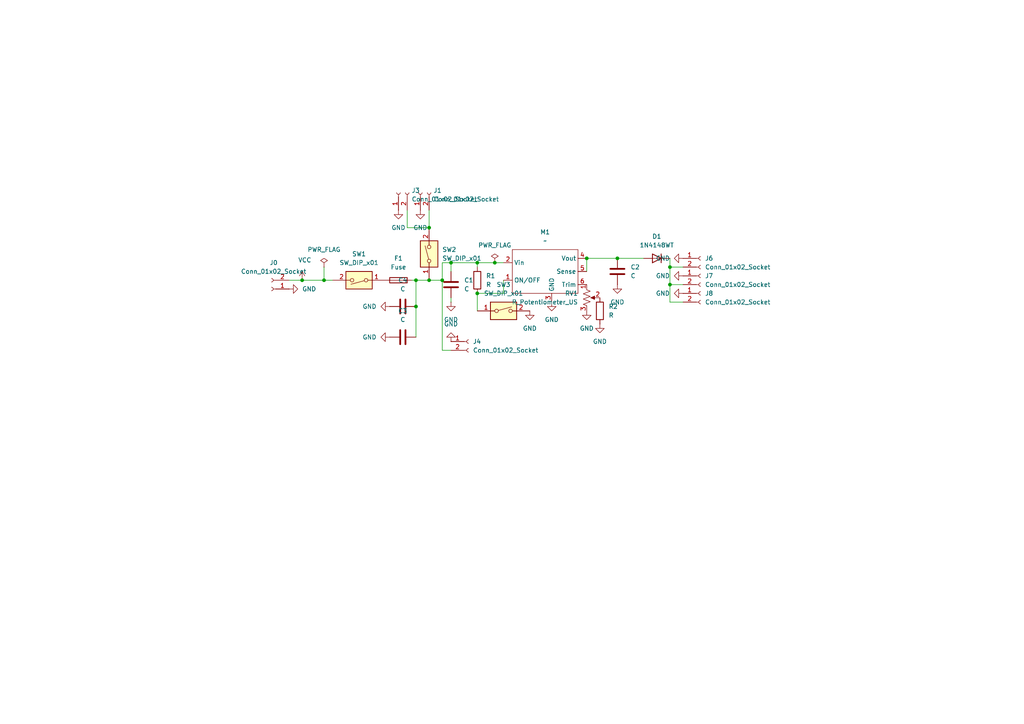
<source format=kicad_sch>
(kicad_sch
	(version 20250114)
	(generator "eeschema")
	(generator_version "9.0")
	(uuid "a62fac52-770b-49ac-a000-41a38790502e")
	(paper "A4")
	(lib_symbols
		(symbol "Connector:Conn_01x02_Socket"
			(pin_names
				(offset 1.016)
				(hide yes)
			)
			(exclude_from_sim no)
			(in_bom yes)
			(on_board yes)
			(property "Reference" "J"
				(at 0 2.54 0)
				(effects
					(font
						(size 1.27 1.27)
					)
				)
			)
			(property "Value" "Conn_01x02_Socket"
				(at 0 -5.08 0)
				(effects
					(font
						(size 1.27 1.27)
					)
				)
			)
			(property "Footprint" ""
				(at 0 0 0)
				(effects
					(font
						(size 1.27 1.27)
					)
					(hide yes)
				)
			)
			(property "Datasheet" "~"
				(at 0 0 0)
				(effects
					(font
						(size 1.27 1.27)
					)
					(hide yes)
				)
			)
			(property "Description" "Generic connector, single row, 01x02, script generated"
				(at 0 0 0)
				(effects
					(font
						(size 1.27 1.27)
					)
					(hide yes)
				)
			)
			(property "ki_locked" ""
				(at 0 0 0)
				(effects
					(font
						(size 1.27 1.27)
					)
				)
			)
			(property "ki_keywords" "connector"
				(at 0 0 0)
				(effects
					(font
						(size 1.27 1.27)
					)
					(hide yes)
				)
			)
			(property "ki_fp_filters" "Connector*:*_1x??_*"
				(at 0 0 0)
				(effects
					(font
						(size 1.27 1.27)
					)
					(hide yes)
				)
			)
			(symbol "Conn_01x02_Socket_1_1"
				(polyline
					(pts
						(xy -1.27 0) (xy -0.508 0)
					)
					(stroke
						(width 0.1524)
						(type default)
					)
					(fill
						(type none)
					)
				)
				(polyline
					(pts
						(xy -1.27 -2.54) (xy -0.508 -2.54)
					)
					(stroke
						(width 0.1524)
						(type default)
					)
					(fill
						(type none)
					)
				)
				(arc
					(start 0 -0.508)
					(mid -0.5058 0)
					(end 0 0.508)
					(stroke
						(width 0.1524)
						(type default)
					)
					(fill
						(type none)
					)
				)
				(arc
					(start 0 -3.048)
					(mid -0.5058 -2.54)
					(end 0 -2.032)
					(stroke
						(width 0.1524)
						(type default)
					)
					(fill
						(type none)
					)
				)
				(pin passive line
					(at -5.08 0 0)
					(length 3.81)
					(name "Pin_1"
						(effects
							(font
								(size 1.27 1.27)
							)
						)
					)
					(number "1"
						(effects
							(font
								(size 1.27 1.27)
							)
						)
					)
				)
				(pin passive line
					(at -5.08 -2.54 0)
					(length 3.81)
					(name "Pin_2"
						(effects
							(font
								(size 1.27 1.27)
							)
						)
					)
					(number "2"
						(effects
							(font
								(size 1.27 1.27)
							)
						)
					)
				)
			)
			(embedded_fonts no)
		)
		(symbol "Device:C"
			(pin_numbers
				(hide yes)
			)
			(pin_names
				(offset 0.254)
			)
			(exclude_from_sim no)
			(in_bom yes)
			(on_board yes)
			(property "Reference" "C"
				(at 0.635 2.54 0)
				(effects
					(font
						(size 1.27 1.27)
					)
					(justify left)
				)
			)
			(property "Value" "C"
				(at 0.635 -2.54 0)
				(effects
					(font
						(size 1.27 1.27)
					)
					(justify left)
				)
			)
			(property "Footprint" ""
				(at 0.9652 -3.81 0)
				(effects
					(font
						(size 1.27 1.27)
					)
					(hide yes)
				)
			)
			(property "Datasheet" "~"
				(at 0 0 0)
				(effects
					(font
						(size 1.27 1.27)
					)
					(hide yes)
				)
			)
			(property "Description" "Unpolarized capacitor"
				(at 0 0 0)
				(effects
					(font
						(size 1.27 1.27)
					)
					(hide yes)
				)
			)
			(property "ki_keywords" "cap capacitor"
				(at 0 0 0)
				(effects
					(font
						(size 1.27 1.27)
					)
					(hide yes)
				)
			)
			(property "ki_fp_filters" "C_*"
				(at 0 0 0)
				(effects
					(font
						(size 1.27 1.27)
					)
					(hide yes)
				)
			)
			(symbol "C_0_1"
				(polyline
					(pts
						(xy -2.032 0.762) (xy 2.032 0.762)
					)
					(stroke
						(width 0.508)
						(type default)
					)
					(fill
						(type none)
					)
				)
				(polyline
					(pts
						(xy -2.032 -0.762) (xy 2.032 -0.762)
					)
					(stroke
						(width 0.508)
						(type default)
					)
					(fill
						(type none)
					)
				)
			)
			(symbol "C_1_1"
				(pin passive line
					(at 0 3.81 270)
					(length 2.794)
					(name "~"
						(effects
							(font
								(size 1.27 1.27)
							)
						)
					)
					(number "1"
						(effects
							(font
								(size 1.27 1.27)
							)
						)
					)
				)
				(pin passive line
					(at 0 -3.81 90)
					(length 2.794)
					(name "~"
						(effects
							(font
								(size 1.27 1.27)
							)
						)
					)
					(number "2"
						(effects
							(font
								(size 1.27 1.27)
							)
						)
					)
				)
			)
			(embedded_fonts no)
		)
		(symbol "Device:Fuse"
			(pin_numbers
				(hide yes)
			)
			(pin_names
				(offset 0)
			)
			(exclude_from_sim no)
			(in_bom yes)
			(on_board yes)
			(property "Reference" "F"
				(at 2.032 0 90)
				(effects
					(font
						(size 1.27 1.27)
					)
				)
			)
			(property "Value" "Fuse"
				(at -1.905 0 90)
				(effects
					(font
						(size 1.27 1.27)
					)
				)
			)
			(property "Footprint" ""
				(at -1.778 0 90)
				(effects
					(font
						(size 1.27 1.27)
					)
					(hide yes)
				)
			)
			(property "Datasheet" "~"
				(at 0 0 0)
				(effects
					(font
						(size 1.27 1.27)
					)
					(hide yes)
				)
			)
			(property "Description" "Fuse"
				(at 0 0 0)
				(effects
					(font
						(size 1.27 1.27)
					)
					(hide yes)
				)
			)
			(property "ki_keywords" "fuse"
				(at 0 0 0)
				(effects
					(font
						(size 1.27 1.27)
					)
					(hide yes)
				)
			)
			(property "ki_fp_filters" "*Fuse*"
				(at 0 0 0)
				(effects
					(font
						(size 1.27 1.27)
					)
					(hide yes)
				)
			)
			(symbol "Fuse_0_1"
				(rectangle
					(start -0.762 -2.54)
					(end 0.762 2.54)
					(stroke
						(width 0.254)
						(type default)
					)
					(fill
						(type none)
					)
				)
				(polyline
					(pts
						(xy 0 2.54) (xy 0 -2.54)
					)
					(stroke
						(width 0)
						(type default)
					)
					(fill
						(type none)
					)
				)
			)
			(symbol "Fuse_1_1"
				(pin passive line
					(at 0 3.81 270)
					(length 1.27)
					(name "~"
						(effects
							(font
								(size 1.27 1.27)
							)
						)
					)
					(number "1"
						(effects
							(font
								(size 1.27 1.27)
							)
						)
					)
				)
				(pin passive line
					(at 0 -3.81 90)
					(length 1.27)
					(name "~"
						(effects
							(font
								(size 1.27 1.27)
							)
						)
					)
					(number "2"
						(effects
							(font
								(size 1.27 1.27)
							)
						)
					)
				)
			)
			(embedded_fonts no)
		)
		(symbol "Device:R"
			(pin_numbers
				(hide yes)
			)
			(pin_names
				(offset 0)
			)
			(exclude_from_sim no)
			(in_bom yes)
			(on_board yes)
			(property "Reference" "R"
				(at 2.032 0 90)
				(effects
					(font
						(size 1.27 1.27)
					)
				)
			)
			(property "Value" "R"
				(at 0 0 90)
				(effects
					(font
						(size 1.27 1.27)
					)
				)
			)
			(property "Footprint" ""
				(at -1.778 0 90)
				(effects
					(font
						(size 1.27 1.27)
					)
					(hide yes)
				)
			)
			(property "Datasheet" "~"
				(at 0 0 0)
				(effects
					(font
						(size 1.27 1.27)
					)
					(hide yes)
				)
			)
			(property "Description" "Resistor"
				(at 0 0 0)
				(effects
					(font
						(size 1.27 1.27)
					)
					(hide yes)
				)
			)
			(property "ki_keywords" "R res resistor"
				(at 0 0 0)
				(effects
					(font
						(size 1.27 1.27)
					)
					(hide yes)
				)
			)
			(property "ki_fp_filters" "R_*"
				(at 0 0 0)
				(effects
					(font
						(size 1.27 1.27)
					)
					(hide yes)
				)
			)
			(symbol "R_0_1"
				(rectangle
					(start -1.016 -2.54)
					(end 1.016 2.54)
					(stroke
						(width 0.254)
						(type default)
					)
					(fill
						(type none)
					)
				)
			)
			(symbol "R_1_1"
				(pin passive line
					(at 0 3.81 270)
					(length 1.27)
					(name "~"
						(effects
							(font
								(size 1.27 1.27)
							)
						)
					)
					(number "1"
						(effects
							(font
								(size 1.27 1.27)
							)
						)
					)
				)
				(pin passive line
					(at 0 -3.81 90)
					(length 1.27)
					(name "~"
						(effects
							(font
								(size 1.27 1.27)
							)
						)
					)
					(number "2"
						(effects
							(font
								(size 1.27 1.27)
							)
						)
					)
				)
			)
			(embedded_fonts no)
		)
		(symbol "Device:R_Potentiometer_US"
			(pin_names
				(offset 1.016)
				(hide yes)
			)
			(exclude_from_sim no)
			(in_bom yes)
			(on_board yes)
			(property "Reference" "RV"
				(at -4.445 0 90)
				(effects
					(font
						(size 1.27 1.27)
					)
				)
			)
			(property "Value" "R_Potentiometer_US"
				(at -2.54 0 90)
				(effects
					(font
						(size 1.27 1.27)
					)
				)
			)
			(property "Footprint" ""
				(at 0 0 0)
				(effects
					(font
						(size 1.27 1.27)
					)
					(hide yes)
				)
			)
			(property "Datasheet" "~"
				(at 0 0 0)
				(effects
					(font
						(size 1.27 1.27)
					)
					(hide yes)
				)
			)
			(property "Description" "Potentiometer, US symbol"
				(at 0 0 0)
				(effects
					(font
						(size 1.27 1.27)
					)
					(hide yes)
				)
			)
			(property "ki_keywords" "resistor variable"
				(at 0 0 0)
				(effects
					(font
						(size 1.27 1.27)
					)
					(hide yes)
				)
			)
			(property "ki_fp_filters" "Potentiometer*"
				(at 0 0 0)
				(effects
					(font
						(size 1.27 1.27)
					)
					(hide yes)
				)
			)
			(symbol "R_Potentiometer_US_0_1"
				(polyline
					(pts
						(xy 0 2.54) (xy 0 2.286)
					)
					(stroke
						(width 0)
						(type default)
					)
					(fill
						(type none)
					)
				)
				(polyline
					(pts
						(xy 0 2.286) (xy 1.016 1.905) (xy 0 1.524) (xy -1.016 1.143) (xy 0 0.762)
					)
					(stroke
						(width 0)
						(type default)
					)
					(fill
						(type none)
					)
				)
				(polyline
					(pts
						(xy 0 0.762) (xy 1.016 0.381) (xy 0 0) (xy -1.016 -0.381) (xy 0 -0.762)
					)
					(stroke
						(width 0)
						(type default)
					)
					(fill
						(type none)
					)
				)
				(polyline
					(pts
						(xy 0 -0.762) (xy 1.016 -1.143) (xy 0 -1.524) (xy -1.016 -1.905) (xy 0 -2.286)
					)
					(stroke
						(width 0)
						(type default)
					)
					(fill
						(type none)
					)
				)
				(polyline
					(pts
						(xy 0 -2.286) (xy 0 -2.54)
					)
					(stroke
						(width 0)
						(type default)
					)
					(fill
						(type none)
					)
				)
				(polyline
					(pts
						(xy 1.143 0) (xy 2.286 0.508) (xy 2.286 -0.508) (xy 1.143 0)
					)
					(stroke
						(width 0)
						(type default)
					)
					(fill
						(type outline)
					)
				)
				(polyline
					(pts
						(xy 2.54 0) (xy 1.524 0)
					)
					(stroke
						(width 0)
						(type default)
					)
					(fill
						(type none)
					)
				)
			)
			(symbol "R_Potentiometer_US_1_1"
				(pin passive line
					(at 0 3.81 270)
					(length 1.27)
					(name "1"
						(effects
							(font
								(size 1.27 1.27)
							)
						)
					)
					(number "1"
						(effects
							(font
								(size 1.27 1.27)
							)
						)
					)
				)
				(pin passive line
					(at 0 -3.81 90)
					(length 1.27)
					(name "3"
						(effects
							(font
								(size 1.27 1.27)
							)
						)
					)
					(number "3"
						(effects
							(font
								(size 1.27 1.27)
							)
						)
					)
				)
				(pin passive line
					(at 3.81 0 180)
					(length 1.27)
					(name "2"
						(effects
							(font
								(size 1.27 1.27)
							)
						)
					)
					(number "2"
						(effects
							(font
								(size 1.27 1.27)
							)
						)
					)
				)
			)
			(embedded_fonts no)
		)
		(symbol "Diode:1N4148WT"
			(pin_numbers
				(hide yes)
			)
			(pin_names
				(hide yes)
			)
			(exclude_from_sim no)
			(in_bom yes)
			(on_board yes)
			(property "Reference" "D"
				(at 0 2.54 0)
				(effects
					(font
						(size 1.27 1.27)
					)
				)
			)
			(property "Value" "1N4148WT"
				(at 0 -2.54 0)
				(effects
					(font
						(size 1.27 1.27)
					)
				)
			)
			(property "Footprint" "Diode_SMD:D_SOD-523"
				(at 0 -4.445 0)
				(effects
					(font
						(size 1.27 1.27)
					)
					(hide yes)
				)
			)
			(property "Datasheet" "https://www.diodes.com/assets/Datasheets/ds30396.pdf"
				(at 0 0 0)
				(effects
					(font
						(size 1.27 1.27)
					)
					(hide yes)
				)
			)
			(property "Description" "75V 0.15A Fast switching Diode, SOD-523"
				(at 0 0 0)
				(effects
					(font
						(size 1.27 1.27)
					)
					(hide yes)
				)
			)
			(property "Sim.Device" "D"
				(at 0 0 0)
				(effects
					(font
						(size 1.27 1.27)
					)
					(hide yes)
				)
			)
			(property "Sim.Pins" "1=K 2=A"
				(at 0 0 0)
				(effects
					(font
						(size 1.27 1.27)
					)
					(hide yes)
				)
			)
			(property "ki_keywords" "diode"
				(at 0 0 0)
				(effects
					(font
						(size 1.27 1.27)
					)
					(hide yes)
				)
			)
			(property "ki_fp_filters" "D*SOD?523*"
				(at 0 0 0)
				(effects
					(font
						(size 1.27 1.27)
					)
					(hide yes)
				)
			)
			(symbol "1N4148WT_0_1"
				(polyline
					(pts
						(xy -1.27 1.27) (xy -1.27 -1.27)
					)
					(stroke
						(width 0.254)
						(type default)
					)
					(fill
						(type none)
					)
				)
				(polyline
					(pts
						(xy 1.27 1.27) (xy 1.27 -1.27) (xy -1.27 0) (xy 1.27 1.27)
					)
					(stroke
						(width 0.254)
						(type default)
					)
					(fill
						(type none)
					)
				)
				(polyline
					(pts
						(xy 1.27 0) (xy -1.27 0)
					)
					(stroke
						(width 0)
						(type default)
					)
					(fill
						(type none)
					)
				)
			)
			(symbol "1N4148WT_1_1"
				(pin passive line
					(at -3.81 0 0)
					(length 2.54)
					(name "K"
						(effects
							(font
								(size 1.27 1.27)
							)
						)
					)
					(number "1"
						(effects
							(font
								(size 1.27 1.27)
							)
						)
					)
				)
				(pin passive line
					(at 3.81 0 180)
					(length 2.54)
					(name "A"
						(effects
							(font
								(size 1.27 1.27)
							)
						)
					)
					(number "2"
						(effects
							(font
								(size 1.27 1.27)
							)
						)
					)
				)
			)
			(embedded_fonts no)
		)
		(symbol "New_Library:Murata"
			(exclude_from_sim no)
			(in_bom yes)
			(on_board yes)
			(property "Reference" "M"
				(at 0 0 0)
				(effects
					(font
						(size 1.27 1.27)
					)
				)
			)
			(property "Value" ""
				(at 0 0 0)
				(effects
					(font
						(size 1.27 1.27)
					)
				)
			)
			(property "Footprint" ""
				(at 0 0 0)
				(effects
					(font
						(size 1.27 1.27)
					)
					(hide yes)
				)
			)
			(property "Datasheet" ""
				(at 0 0 0)
				(effects
					(font
						(size 1.27 1.27)
					)
					(hide yes)
				)
			)
			(property "Description" ""
				(at 0 0 0)
				(effects
					(font
						(size 1.27 1.27)
					)
					(hide yes)
				)
			)
			(symbol "Murata_0_1"
				(rectangle
					(start -8.89 6.35)
					(end 10.16 -6.35)
					(stroke
						(width 0)
						(type default)
					)
					(fill
						(type none)
					)
				)
			)
			(symbol "Murata_1_1"
				(pin power_in line
					(at -11.43 2.54 0)
					(length 2.54)
					(name "Vin"
						(effects
							(font
								(size 1.27 1.27)
							)
						)
					)
					(number "2"
						(effects
							(font
								(size 1.27 1.27)
							)
						)
					)
				)
				(pin input line
					(at -11.43 -2.54 0)
					(length 2.54)
					(name "ON/OFF"
						(effects
							(font
								(size 1.27 1.27)
							)
						)
					)
					(number "1"
						(effects
							(font
								(size 1.27 1.27)
							)
						)
					)
				)
				(pin power_in line
					(at 2.54 -8.89 90)
					(length 2.54)
					(name "GND"
						(effects
							(font
								(size 1.27 1.27)
							)
						)
					)
					(number "3"
						(effects
							(font
								(size 1.27 1.27)
							)
						)
					)
				)
				(pin power_out line
					(at 12.7 3.81 180)
					(length 2.54)
					(name "Vout"
						(effects
							(font
								(size 1.27 1.27)
							)
						)
					)
					(number "4"
						(effects
							(font
								(size 1.27 1.27)
							)
						)
					)
				)
				(pin output line
					(at 12.7 0 180)
					(length 2.54)
					(name "Sense"
						(effects
							(font
								(size 1.27 1.27)
							)
						)
					)
					(number "5"
						(effects
							(font
								(size 1.27 1.27)
							)
						)
					)
				)
				(pin output line
					(at 12.7 -3.81 180)
					(length 2.54)
					(name "Trim"
						(effects
							(font
								(size 1.27 1.27)
							)
						)
					)
					(number "6"
						(effects
							(font
								(size 1.27 1.27)
							)
						)
					)
				)
			)
			(embedded_fonts no)
		)
		(symbol "Switch:SW_DIP_x01"
			(pin_names
				(offset 0)
				(hide yes)
			)
			(exclude_from_sim no)
			(in_bom yes)
			(on_board yes)
			(property "Reference" "SW"
				(at 0 3.81 0)
				(effects
					(font
						(size 1.27 1.27)
					)
				)
			)
			(property "Value" "SW_DIP_x01"
				(at 0 -3.81 0)
				(effects
					(font
						(size 1.27 1.27)
					)
				)
			)
			(property "Footprint" ""
				(at 0 0 0)
				(effects
					(font
						(size 1.27 1.27)
					)
					(hide yes)
				)
			)
			(property "Datasheet" "~"
				(at 0 0 0)
				(effects
					(font
						(size 1.27 1.27)
					)
					(hide yes)
				)
			)
			(property "Description" "1x DIP Switch, Single Pole Single Throw (SPST) switch, small symbol"
				(at 0 0 0)
				(effects
					(font
						(size 1.27 1.27)
					)
					(hide yes)
				)
			)
			(property "ki_keywords" "dip switch"
				(at 0 0 0)
				(effects
					(font
						(size 1.27 1.27)
					)
					(hide yes)
				)
			)
			(property "ki_fp_filters" "SW?DIP?x1*"
				(at 0 0 0)
				(effects
					(font
						(size 1.27 1.27)
					)
					(hide yes)
				)
			)
			(symbol "SW_DIP_x01_0_0"
				(circle
					(center -2.032 0)
					(radius 0.508)
					(stroke
						(width 0)
						(type default)
					)
					(fill
						(type none)
					)
				)
				(polyline
					(pts
						(xy -1.524 0.127) (xy 2.3622 1.1684)
					)
					(stroke
						(width 0)
						(type default)
					)
					(fill
						(type none)
					)
				)
				(circle
					(center 2.032 0)
					(radius 0.508)
					(stroke
						(width 0)
						(type default)
					)
					(fill
						(type none)
					)
				)
			)
			(symbol "SW_DIP_x01_0_1"
				(rectangle
					(start -3.81 2.54)
					(end 3.81 -2.54)
					(stroke
						(width 0.254)
						(type default)
					)
					(fill
						(type background)
					)
				)
			)
			(symbol "SW_DIP_x01_1_1"
				(pin passive line
					(at -7.62 0 0)
					(length 5.08)
					(name "~"
						(effects
							(font
								(size 1.27 1.27)
							)
						)
					)
					(number "1"
						(effects
							(font
								(size 1.27 1.27)
							)
						)
					)
				)
				(pin passive line
					(at 7.62 0 180)
					(length 5.08)
					(name "~"
						(effects
							(font
								(size 1.27 1.27)
							)
						)
					)
					(number "2"
						(effects
							(font
								(size 1.27 1.27)
							)
						)
					)
				)
			)
			(embedded_fonts no)
		)
		(symbol "power:GND"
			(power)
			(pin_numbers
				(hide yes)
			)
			(pin_names
				(offset 0)
				(hide yes)
			)
			(exclude_from_sim no)
			(in_bom yes)
			(on_board yes)
			(property "Reference" "#PWR"
				(at 0 -6.35 0)
				(effects
					(font
						(size 1.27 1.27)
					)
					(hide yes)
				)
			)
			(property "Value" "GND"
				(at 0 -3.81 0)
				(effects
					(font
						(size 1.27 1.27)
					)
				)
			)
			(property "Footprint" ""
				(at 0 0 0)
				(effects
					(font
						(size 1.27 1.27)
					)
					(hide yes)
				)
			)
			(property "Datasheet" ""
				(at 0 0 0)
				(effects
					(font
						(size 1.27 1.27)
					)
					(hide yes)
				)
			)
			(property "Description" "Power symbol creates a global label with name \"GND\" , ground"
				(at 0 0 0)
				(effects
					(font
						(size 1.27 1.27)
					)
					(hide yes)
				)
			)
			(property "ki_keywords" "global power"
				(at 0 0 0)
				(effects
					(font
						(size 1.27 1.27)
					)
					(hide yes)
				)
			)
			(symbol "GND_0_1"
				(polyline
					(pts
						(xy 0 0) (xy 0 -1.27) (xy 1.27 -1.27) (xy 0 -2.54) (xy -1.27 -1.27) (xy 0 -1.27)
					)
					(stroke
						(width 0)
						(type default)
					)
					(fill
						(type none)
					)
				)
			)
			(symbol "GND_1_1"
				(pin power_in line
					(at 0 0 270)
					(length 0)
					(name "~"
						(effects
							(font
								(size 1.27 1.27)
							)
						)
					)
					(number "1"
						(effects
							(font
								(size 1.27 1.27)
							)
						)
					)
				)
			)
			(embedded_fonts no)
		)
		(symbol "power:PWR_FLAG"
			(power)
			(pin_numbers
				(hide yes)
			)
			(pin_names
				(offset 0)
				(hide yes)
			)
			(exclude_from_sim no)
			(in_bom yes)
			(on_board yes)
			(property "Reference" "#FLG"
				(at 0 1.905 0)
				(effects
					(font
						(size 1.27 1.27)
					)
					(hide yes)
				)
			)
			(property "Value" "PWR_FLAG"
				(at 0 3.81 0)
				(effects
					(font
						(size 1.27 1.27)
					)
				)
			)
			(property "Footprint" ""
				(at 0 0 0)
				(effects
					(font
						(size 1.27 1.27)
					)
					(hide yes)
				)
			)
			(property "Datasheet" "~"
				(at 0 0 0)
				(effects
					(font
						(size 1.27 1.27)
					)
					(hide yes)
				)
			)
			(property "Description" "Special symbol for telling ERC where power comes from"
				(at 0 0 0)
				(effects
					(font
						(size 1.27 1.27)
					)
					(hide yes)
				)
			)
			(property "ki_keywords" "flag power"
				(at 0 0 0)
				(effects
					(font
						(size 1.27 1.27)
					)
					(hide yes)
				)
			)
			(symbol "PWR_FLAG_0_0"
				(pin power_out line
					(at 0 0 90)
					(length 0)
					(name "~"
						(effects
							(font
								(size 1.27 1.27)
							)
						)
					)
					(number "1"
						(effects
							(font
								(size 1.27 1.27)
							)
						)
					)
				)
			)
			(symbol "PWR_FLAG_0_1"
				(polyline
					(pts
						(xy 0 0) (xy 0 1.27) (xy -1.016 1.905) (xy 0 2.54) (xy 1.016 1.905) (xy 0 1.27)
					)
					(stroke
						(width 0)
						(type default)
					)
					(fill
						(type none)
					)
				)
			)
			(embedded_fonts no)
		)
		(symbol "power:VCC"
			(power)
			(pin_numbers
				(hide yes)
			)
			(pin_names
				(offset 0)
				(hide yes)
			)
			(exclude_from_sim no)
			(in_bom yes)
			(on_board yes)
			(property "Reference" "#PWR"
				(at 0 -3.81 0)
				(effects
					(font
						(size 1.27 1.27)
					)
					(hide yes)
				)
			)
			(property "Value" "VCC"
				(at 0 3.556 0)
				(effects
					(font
						(size 1.27 1.27)
					)
				)
			)
			(property "Footprint" ""
				(at 0 0 0)
				(effects
					(font
						(size 1.27 1.27)
					)
					(hide yes)
				)
			)
			(property "Datasheet" ""
				(at 0 0 0)
				(effects
					(font
						(size 1.27 1.27)
					)
					(hide yes)
				)
			)
			(property "Description" "Power symbol creates a global label with name \"VCC\""
				(at 0 0 0)
				(effects
					(font
						(size 1.27 1.27)
					)
					(hide yes)
				)
			)
			(property "ki_keywords" "global power"
				(at 0 0 0)
				(effects
					(font
						(size 1.27 1.27)
					)
					(hide yes)
				)
			)
			(symbol "VCC_0_1"
				(polyline
					(pts
						(xy -0.762 1.27) (xy 0 2.54)
					)
					(stroke
						(width 0)
						(type default)
					)
					(fill
						(type none)
					)
				)
				(polyline
					(pts
						(xy 0 2.54) (xy 0.762 1.27)
					)
					(stroke
						(width 0)
						(type default)
					)
					(fill
						(type none)
					)
				)
				(polyline
					(pts
						(xy 0 0) (xy 0 2.54)
					)
					(stroke
						(width 0)
						(type default)
					)
					(fill
						(type none)
					)
				)
			)
			(symbol "VCC_1_1"
				(pin power_in line
					(at 0 0 90)
					(length 0)
					(name "~"
						(effects
							(font
								(size 1.27 1.27)
							)
						)
					)
					(number "1"
						(effects
							(font
								(size 1.27 1.27)
							)
						)
					)
				)
			)
			(embedded_fonts no)
		)
	)
	(junction
		(at 124.46 81.28)
		(diameter 0)
		(color 0 0 0 0)
		(uuid "07b6a404-814f-48fa-ab0f-edf4ecb98454")
	)
	(junction
		(at 138.43 85.09)
		(diameter 0)
		(color 0 0 0 0)
		(uuid "0d518467-be69-4b1e-aab3-9c42e438da31")
	)
	(junction
		(at 120.65 88.9)
		(diameter 0)
		(color 0 0 0 0)
		(uuid "14f24a1d-7493-4f91-bcfd-920f122cba92")
	)
	(junction
		(at 143.51 76.2)
		(diameter 0)
		(color 0 0 0 0)
		(uuid "254ce26d-1cd7-4d45-b28e-38f16f8c64e5")
	)
	(junction
		(at 194.31 77.47)
		(diameter 0)
		(color 0 0 0 0)
		(uuid "3d13d48c-a14e-4c97-b2a9-9d6ace2909b6")
	)
	(junction
		(at 120.65 81.28)
		(diameter 0)
		(color 0 0 0 0)
		(uuid "467567da-891b-4ef7-b038-faaf7404075a")
	)
	(junction
		(at 124.46 66.04)
		(diameter 0)
		(color 0 0 0 0)
		(uuid "5ce95fc0-3819-4b1a-9767-edeadecc3261")
	)
	(junction
		(at 93.98 81.28)
		(diameter 0)
		(color 0 0 0 0)
		(uuid "9e7fc0c5-9af7-4c50-bc43-c698e3d35597")
	)
	(junction
		(at 138.43 76.2)
		(diameter 0)
		(color 0 0 0 0)
		(uuid "a44ce6a8-566e-45c1-b90c-f4649d254149")
	)
	(junction
		(at 130.81 76.2)
		(diameter 0)
		(color 0 0 0 0)
		(uuid "d27aa179-8893-4a54-9cf8-e74ede85d3fa")
	)
	(junction
		(at 179.07 74.93)
		(diameter 0)
		(color 0 0 0 0)
		(uuid "e284c8a6-aad9-4424-b86a-7897f89481f1")
	)
	(junction
		(at 194.31 82.55)
		(diameter 0)
		(color 0 0 0 0)
		(uuid "e40ccaba-5ed2-434b-b41c-79741cd8829b")
	)
	(junction
		(at 128.27 81.28)
		(diameter 0)
		(color 0 0 0 0)
		(uuid "eb85ad30-7fdc-4eaf-bc9e-475ba45487b8")
	)
	(junction
		(at 87.63 81.28)
		(diameter 0)
		(color 0 0 0 0)
		(uuid "ec971c5c-db42-4216-a4d0-7ec2f5cac676")
	)
	(junction
		(at 170.18 74.93)
		(diameter 0)
		(color 0 0 0 0)
		(uuid "f31e2b39-2b75-45ef-ae92-cdc9790df055")
	)
	(wire
		(pts
			(xy 124.46 81.28) (xy 128.27 81.28)
		)
		(stroke
			(width 0)
			(type default)
		)
		(uuid "0c9aea70-e850-4e75-81d9-77101c4e50cd")
	)
	(wire
		(pts
			(xy 194.31 82.55) (xy 198.12 82.55)
		)
		(stroke
			(width 0)
			(type default)
		)
		(uuid "16d0e418-5b83-4b5e-b180-8a063a02f359")
	)
	(wire
		(pts
			(xy 179.07 74.93) (xy 186.69 74.93)
		)
		(stroke
			(width 0)
			(type default)
		)
		(uuid "1d2b1b36-e840-4887-84ab-9aaa5a05d6ad")
	)
	(wire
		(pts
			(xy 93.98 81.28) (xy 96.52 81.28)
		)
		(stroke
			(width 0)
			(type default)
		)
		(uuid "2450fbe2-d784-4900-b6dc-c498adb396e2")
	)
	(wire
		(pts
			(xy 128.27 81.28) (xy 128.27 101.6)
		)
		(stroke
			(width 0)
			(type default)
		)
		(uuid "248a904b-7ca4-44ab-9bdc-2de149458430")
	)
	(wire
		(pts
			(xy 124.46 66.04) (xy 118.11 66.04)
		)
		(stroke
			(width 0)
			(type default)
		)
		(uuid "26c15646-eac3-49b9-8c1a-350f8396f5fb")
	)
	(wire
		(pts
			(xy 194.31 77.47) (xy 198.12 77.47)
		)
		(stroke
			(width 0)
			(type default)
		)
		(uuid "4ade308c-64ff-4357-962b-93bd02d94a81")
	)
	(wire
		(pts
			(xy 138.43 85.09) (xy 146.05 85.09)
		)
		(stroke
			(width 0)
			(type default)
		)
		(uuid "4bef7d1f-40ff-4b79-af36-3f59b1228538")
	)
	(wire
		(pts
			(xy 130.81 76.2) (xy 138.43 76.2)
		)
		(stroke
			(width 0)
			(type default)
		)
		(uuid "4cb95165-3073-45f4-b130-9afc44480297")
	)
	(wire
		(pts
			(xy 138.43 77.47) (xy 138.43 76.2)
		)
		(stroke
			(width 0)
			(type default)
		)
		(uuid "59119909-1c9b-435e-b086-8067c733fc78")
	)
	(wire
		(pts
			(xy 128.27 101.6) (xy 130.81 101.6)
		)
		(stroke
			(width 0)
			(type default)
		)
		(uuid "5a3d91ac-c5d0-4d7b-8f54-97df0e5db43c")
	)
	(wire
		(pts
			(xy 143.51 76.2) (xy 146.05 76.2)
		)
		(stroke
			(width 0)
			(type default)
		)
		(uuid "60a941ec-f159-4f47-8f89-3357a34ec3c4")
	)
	(wire
		(pts
			(xy 120.65 81.28) (xy 120.65 88.9)
		)
		(stroke
			(width 0)
			(type default)
		)
		(uuid "65dc6712-6bbe-497a-9264-2823a19e0371")
	)
	(wire
		(pts
			(xy 93.98 77.47) (xy 93.98 81.28)
		)
		(stroke
			(width 0)
			(type default)
		)
		(uuid "6a1b8aef-feec-4c15-b58e-1c8a8eba0d20")
	)
	(wire
		(pts
			(xy 87.63 81.28) (xy 83.82 81.28)
		)
		(stroke
			(width 0)
			(type default)
		)
		(uuid "6bedf035-8c1d-4f5f-85c6-8b574d3afcf9")
	)
	(wire
		(pts
			(xy 128.27 76.2) (xy 130.81 76.2)
		)
		(stroke
			(width 0)
			(type default)
		)
		(uuid "6f07e3d7-1e9f-4d8a-ab19-5ee89dfdbd2b")
	)
	(wire
		(pts
			(xy 119.38 81.28) (xy 120.65 81.28)
		)
		(stroke
			(width 0)
			(type default)
		)
		(uuid "79337b3b-fe9b-47de-85a7-8f86dc94acb3")
	)
	(wire
		(pts
			(xy 118.11 66.04) (xy 118.11 60.96)
		)
		(stroke
			(width 0)
			(type default)
		)
		(uuid "7a83ac10-79de-4edd-b67a-2c061d258d8b")
	)
	(wire
		(pts
			(xy 130.81 78.74) (xy 130.81 76.2)
		)
		(stroke
			(width 0)
			(type default)
		)
		(uuid "7e12271f-413e-47f0-83d7-2cce03a99e06")
	)
	(wire
		(pts
			(xy 120.65 81.28) (xy 124.46 81.28)
		)
		(stroke
			(width 0)
			(type default)
		)
		(uuid "8e338e51-0817-4bd1-818c-193c0b8a9532")
	)
	(wire
		(pts
			(xy 170.18 74.93) (xy 179.07 74.93)
		)
		(stroke
			(width 0)
			(type default)
		)
		(uuid "8fcb5e42-734d-4c2c-90ce-1088ff1e8f25")
	)
	(wire
		(pts
			(xy 120.65 88.9) (xy 120.65 97.79)
		)
		(stroke
			(width 0)
			(type default)
		)
		(uuid "9c604d0d-b87a-4612-b664-5d4a869ea5bc")
	)
	(wire
		(pts
			(xy 170.18 74.93) (xy 170.18 78.74)
		)
		(stroke
			(width 0)
			(type default)
		)
		(uuid "9d364e34-5c98-4f47-95d4-f8afb3bc1ab8")
	)
	(wire
		(pts
			(xy 130.81 86.36) (xy 130.81 87.63)
		)
		(stroke
			(width 0)
			(type default)
		)
		(uuid "a54c8264-f28e-40c3-8ced-c85c1a95261e")
	)
	(wire
		(pts
			(xy 87.63 81.28) (xy 93.98 81.28)
		)
		(stroke
			(width 0)
			(type default)
		)
		(uuid "ac6a725c-2ed1-4251-8067-72ef6eee3ec8")
	)
	(wire
		(pts
			(xy 138.43 76.2) (xy 143.51 76.2)
		)
		(stroke
			(width 0)
			(type default)
		)
		(uuid "ae1fb8f4-ba2c-4180-b353-4e6ebd3dcf81")
	)
	(wire
		(pts
			(xy 194.31 87.63) (xy 198.12 87.63)
		)
		(stroke
			(width 0)
			(type default)
		)
		(uuid "b5cb93fc-5c5f-4b59-989f-73e435e56966")
	)
	(wire
		(pts
			(xy 194.31 77.47) (xy 194.31 82.55)
		)
		(stroke
			(width 0)
			(type default)
		)
		(uuid "c3ed0483-7b7d-4880-abf8-698dd2c30124")
	)
	(wire
		(pts
			(xy 194.31 74.93) (xy 194.31 77.47)
		)
		(stroke
			(width 0)
			(type default)
		)
		(uuid "d3f2700b-2c09-46f7-a5d2-0fd7330c2fe5")
	)
	(wire
		(pts
			(xy 128.27 81.28) (xy 128.27 76.2)
		)
		(stroke
			(width 0)
			(type default)
		)
		(uuid "d771c04f-f080-4252-9b84-89da8b67048d")
	)
	(wire
		(pts
			(xy 124.46 60.96) (xy 124.46 66.04)
		)
		(stroke
			(width 0)
			(type default)
		)
		(uuid "df3928bd-3b59-4fa0-a054-24c1fd27d1c3")
	)
	(wire
		(pts
			(xy 138.43 85.09) (xy 138.43 90.17)
		)
		(stroke
			(width 0)
			(type default)
		)
		(uuid "e50c7f71-7157-45e0-aece-a8cdf4fa16bb")
	)
	(wire
		(pts
			(xy 194.31 82.55) (xy 194.31 87.63)
		)
		(stroke
			(width 0)
			(type default)
		)
		(uuid "e9a63a63-bccc-4d5a-b166-ff54c44bea83")
	)
	(wire
		(pts
			(xy 146.05 81.28) (xy 146.05 85.09)
		)
		(stroke
			(width 0)
			(type default)
		)
		(uuid "eb63b3a3-1551-4bee-bc0d-7bc5e1a0a39d")
	)
	(symbol
		(lib_id "Connector:Conn_01x02_Socket")
		(at 78.74 83.82 180)
		(unit 1)
		(exclude_from_sim no)
		(in_bom yes)
		(on_board yes)
		(dnp no)
		(uuid "00e85a05-b36d-4334-a50f-769b02f6b885")
		(property "Reference" "J0"
			(at 79.375 76.2 0)
			(effects
				(font
					(size 1.27 1.27)
				)
			)
		)
		(property "Value" "Conn_01x02_Socket"
			(at 79.375 78.74 0)
			(effects
				(font
					(size 1.27 1.27)
				)
			)
		)
		(property "Footprint" "Connector_AMASS:AMASS_XT60-M_1x02_P7.20mm_Vertical"
			(at 78.74 83.82 0)
			(effects
				(font
					(size 1.27 1.27)
				)
				(hide yes)
			)
		)
		(property "Datasheet" "~"
			(at 78.74 83.82 0)
			(effects
				(font
					(size 1.27 1.27)
				)
				(hide yes)
			)
		)
		(property "Description" "Generic connector, single row, 01x02, script generated"
			(at 78.74 83.82 0)
			(effects
				(font
					(size 1.27 1.27)
				)
				(hide yes)
			)
		)
		(pin "1"
			(uuid "0cf87896-1ff9-48de-852c-89e0cc2fd7be")
		)
		(pin "2"
			(uuid "08b0d0e2-54d0-4a3e-b663-33aa796bf812")
		)
		(instances
			(project "RCJ_Power"
				(path "/a62fac52-770b-49ac-a000-41a38790502e"
					(reference "J0")
					(unit 1)
				)
			)
		)
	)
	(symbol
		(lib_id "power:GND")
		(at 173.99 93.98 0)
		(unit 1)
		(exclude_from_sim no)
		(in_bom yes)
		(on_board yes)
		(dnp no)
		(fields_autoplaced yes)
		(uuid "0158c6c1-44eb-4abe-b574-a2f0b1811037")
		(property "Reference" "#PWR016"
			(at 173.99 100.33 0)
			(effects
				(font
					(size 1.27 1.27)
				)
				(hide yes)
			)
		)
		(property "Value" "GND"
			(at 173.99 99.06 0)
			(effects
				(font
					(size 1.27 1.27)
				)
			)
		)
		(property "Footprint" ""
			(at 173.99 93.98 0)
			(effects
				(font
					(size 1.27 1.27)
				)
				(hide yes)
			)
		)
		(property "Datasheet" ""
			(at 173.99 93.98 0)
			(effects
				(font
					(size 1.27 1.27)
				)
				(hide yes)
			)
		)
		(property "Description" "Power symbol creates a global label with name \"GND\" , ground"
			(at 173.99 93.98 0)
			(effects
				(font
					(size 1.27 1.27)
				)
				(hide yes)
			)
		)
		(pin "1"
			(uuid "598c6dca-6fea-4e63-a29f-727d431f1d50")
		)
		(instances
			(project "RCJ_Power"
				(path "/a62fac52-770b-49ac-a000-41a38790502e"
					(reference "#PWR016")
					(unit 1)
				)
			)
		)
	)
	(symbol
		(lib_id "Device:C")
		(at 116.84 88.9 90)
		(unit 1)
		(exclude_from_sim no)
		(in_bom yes)
		(on_board yes)
		(dnp no)
		(fields_autoplaced yes)
		(uuid "1729cadc-7f2b-4b88-b42e-a2cd47f64f43")
		(property "Reference" "C4"
			(at 116.84 81.28 90)
			(effects
				(font
					(size 1.27 1.27)
				)
			)
		)
		(property "Value" "C"
			(at 116.84 83.82 90)
			(effects
				(font
					(size 1.27 1.27)
				)
			)
		)
		(property "Footprint" "Capacitor_THT:CP_Radial_D12.5mm_P5.00mm"
			(at 120.65 87.9348 0)
			(effects
				(font
					(size 1.27 1.27)
				)
				(hide yes)
			)
		)
		(property "Datasheet" "~"
			(at 116.84 88.9 0)
			(effects
				(font
					(size 1.27 1.27)
				)
				(hide yes)
			)
		)
		(property "Description" "Unpolarized capacitor"
			(at 116.84 88.9 0)
			(effects
				(font
					(size 1.27 1.27)
				)
				(hide yes)
			)
		)
		(pin "2"
			(uuid "15fe860f-a19a-418d-ad0a-b3501640e740")
		)
		(pin "1"
			(uuid "61c83ffb-cbc0-44c8-ac91-6f0bf383bc95")
		)
		(instances
			(project "RCJ_Power"
				(path "/a62fac52-770b-49ac-a000-41a38790502e"
					(reference "C4")
					(unit 1)
				)
			)
		)
	)
	(symbol
		(lib_id "Device:C")
		(at 130.81 82.55 0)
		(unit 1)
		(exclude_from_sim no)
		(in_bom yes)
		(on_board yes)
		(dnp no)
		(fields_autoplaced yes)
		(uuid "2f012217-7bec-424c-9615-08bdc01f4904")
		(property "Reference" "C1"
			(at 134.62 81.2799 0)
			(effects
				(font
					(size 1.27 1.27)
				)
				(justify left)
			)
		)
		(property "Value" "C"
			(at 134.62 83.8199 0)
			(effects
				(font
					(size 1.27 1.27)
				)
				(justify left)
			)
		)
		(property "Footprint" "Capacitor_Tantalum_SMD:CP_EIA-1608-10_AVX-L_HandSolder"
			(at 131.7752 86.36 0)
			(effects
				(font
					(size 1.27 1.27)
				)
				(hide yes)
			)
		)
		(property "Datasheet" "~"
			(at 130.81 82.55 0)
			(effects
				(font
					(size 1.27 1.27)
				)
				(hide yes)
			)
		)
		(property "Description" "Unpolarized capacitor"
			(at 130.81 82.55 0)
			(effects
				(font
					(size 1.27 1.27)
				)
				(hide yes)
			)
		)
		(pin "1"
			(uuid "eaff65dc-7443-436d-8a31-ba44f7600926")
		)
		(pin "2"
			(uuid "4a228a94-6124-4b4c-9099-91c95b7b0429")
		)
		(instances
			(project ""
				(path "/a62fac52-770b-49ac-a000-41a38790502e"
					(reference "C1")
					(unit 1)
				)
			)
		)
	)
	(symbol
		(lib_id "power:PWR_FLAG")
		(at 93.98 77.47 0)
		(unit 1)
		(exclude_from_sim no)
		(in_bom yes)
		(on_board yes)
		(dnp no)
		(fields_autoplaced yes)
		(uuid "301ee592-4393-4b63-a728-249f0d07a404")
		(property "Reference" "#FLG01"
			(at 93.98 75.565 0)
			(effects
				(font
					(size 1.27 1.27)
				)
				(hide yes)
			)
		)
		(property "Value" "PWR_FLAG"
			(at 93.98 72.39 0)
			(effects
				(font
					(size 1.27 1.27)
				)
			)
		)
		(property "Footprint" ""
			(at 93.98 77.47 0)
			(effects
				(font
					(size 1.27 1.27)
				)
				(hide yes)
			)
		)
		(property "Datasheet" "~"
			(at 93.98 77.47 0)
			(effects
				(font
					(size 1.27 1.27)
				)
				(hide yes)
			)
		)
		(property "Description" "Special symbol for telling ERC where power comes from"
			(at 93.98 77.47 0)
			(effects
				(font
					(size 1.27 1.27)
				)
				(hide yes)
			)
		)
		(pin "1"
			(uuid "79ef7ef4-b2f4-4c9f-b203-6ccea80495d6")
		)
		(instances
			(project ""
				(path "/a62fac52-770b-49ac-a000-41a38790502e"
					(reference "#FLG01")
					(unit 1)
				)
			)
		)
	)
	(symbol
		(lib_id "Switch:SW_DIP_x01")
		(at 124.46 73.66 90)
		(unit 1)
		(exclude_from_sim no)
		(in_bom yes)
		(on_board yes)
		(dnp no)
		(fields_autoplaced yes)
		(uuid "30dc8c5c-811d-47c7-b1f6-909c4dbbf59a")
		(property "Reference" "SW2"
			(at 128.27 72.3899 90)
			(effects
				(font
					(size 1.27 1.27)
				)
				(justify right)
			)
		)
		(property "Value" "SW_DIP_x01"
			(at 128.27 74.9299 90)
			(effects
				(font
					(size 1.27 1.27)
				)
				(justify right)
			)
		)
		(property "Footprint" "Originary:DS-850"
			(at 124.46 73.66 0)
			(effects
				(font
					(size 1.27 1.27)
				)
				(hide yes)
			)
		)
		(property "Datasheet" "~"
			(at 124.46 73.66 0)
			(effects
				(font
					(size 1.27 1.27)
				)
				(hide yes)
			)
		)
		(property "Description" "1x DIP Switch, Single Pole Single Throw (SPST) switch, small symbol"
			(at 124.46 73.66 0)
			(effects
				(font
					(size 1.27 1.27)
				)
				(hide yes)
			)
		)
		(pin "2"
			(uuid "9d60a1c8-5e87-4a7b-8262-fbcc7ff25940")
		)
		(pin "1"
			(uuid "9b5c0e17-8c4d-4f12-962a-29b29ff98813")
		)
		(instances
			(project "RCJ_Power"
				(path "/a62fac52-770b-49ac-a000-41a38790502e"
					(reference "SW2")
					(unit 1)
				)
			)
		)
	)
	(symbol
		(lib_id "power:GND")
		(at 121.92 60.96 0)
		(unit 1)
		(exclude_from_sim no)
		(in_bom yes)
		(on_board yes)
		(dnp no)
		(fields_autoplaced yes)
		(uuid "34d472fa-e42c-4b1c-8141-63487a2578ac")
		(property "Reference" "#PWR04"
			(at 121.92 67.31 0)
			(effects
				(font
					(size 1.27 1.27)
				)
				(hide yes)
			)
		)
		(property "Value" "GND"
			(at 121.92 66.04 0)
			(effects
				(font
					(size 1.27 1.27)
				)
			)
		)
		(property "Footprint" ""
			(at 121.92 60.96 0)
			(effects
				(font
					(size 1.27 1.27)
				)
				(hide yes)
			)
		)
		(property "Datasheet" ""
			(at 121.92 60.96 0)
			(effects
				(font
					(size 1.27 1.27)
				)
				(hide yes)
			)
		)
		(property "Description" "Power symbol creates a global label with name \"GND\" , ground"
			(at 121.92 60.96 0)
			(effects
				(font
					(size 1.27 1.27)
				)
				(hide yes)
			)
		)
		(pin "1"
			(uuid "3017baa6-84f7-45b2-ab1b-64f92df83f90")
		)
		(instances
			(project "RCJ_Power"
				(path "/a62fac52-770b-49ac-a000-41a38790502e"
					(reference "#PWR04")
					(unit 1)
				)
			)
		)
	)
	(symbol
		(lib_id "Device:Fuse")
		(at 115.57 81.28 90)
		(unit 1)
		(exclude_from_sim no)
		(in_bom yes)
		(on_board yes)
		(dnp no)
		(fields_autoplaced yes)
		(uuid "36615d0e-9a91-405c-a099-a9e7fcd691e2")
		(property "Reference" "F1"
			(at 115.57 74.93 90)
			(effects
				(font
					(size 1.27 1.27)
				)
			)
		)
		(property "Value" "Fuse"
			(at 115.57 77.47 90)
			(effects
				(font
					(size 1.27 1.27)
				)
			)
		)
		(property "Footprint" "Originary:Fuseholder"
			(at 115.57 83.058 90)
			(effects
				(font
					(size 1.27 1.27)
				)
				(hide yes)
			)
		)
		(property "Datasheet" "~"
			(at 115.57 81.28 0)
			(effects
				(font
					(size 1.27 1.27)
				)
				(hide yes)
			)
		)
		(property "Description" "Fuse"
			(at 115.57 81.28 0)
			(effects
				(font
					(size 1.27 1.27)
				)
				(hide yes)
			)
		)
		(pin "1"
			(uuid "3f5c5520-191e-4a90-8d1f-a4c4b3e29252")
		)
		(pin "2"
			(uuid "432be5ce-3494-44ae-bda8-4430727700bb")
		)
		(instances
			(project ""
				(path "/a62fac52-770b-49ac-a000-41a38790502e"
					(reference "F1")
					(unit 1)
				)
			)
		)
	)
	(symbol
		(lib_id "power:GND")
		(at 179.07 82.55 0)
		(unit 1)
		(exclude_from_sim no)
		(in_bom yes)
		(on_board yes)
		(dnp no)
		(fields_autoplaced yes)
		(uuid "3fc28e55-af49-4426-b022-3bea2f7adba0")
		(property "Reference" "#PWR010"
			(at 179.07 88.9 0)
			(effects
				(font
					(size 1.27 1.27)
				)
				(hide yes)
			)
		)
		(property "Value" "GND"
			(at 179.07 87.63 0)
			(effects
				(font
					(size 1.27 1.27)
				)
			)
		)
		(property "Footprint" ""
			(at 179.07 82.55 0)
			(effects
				(font
					(size 1.27 1.27)
				)
				(hide yes)
			)
		)
		(property "Datasheet" ""
			(at 179.07 82.55 0)
			(effects
				(font
					(size 1.27 1.27)
				)
				(hide yes)
			)
		)
		(property "Description" "Power symbol creates a global label with name \"GND\" , ground"
			(at 179.07 82.55 0)
			(effects
				(font
					(size 1.27 1.27)
				)
				(hide yes)
			)
		)
		(pin "1"
			(uuid "4373f9b2-bbdd-4144-8c56-7f2ae6b903fe")
		)
		(instances
			(project "RCJ_Power"
				(path "/a62fac52-770b-49ac-a000-41a38790502e"
					(reference "#PWR010")
					(unit 1)
				)
			)
		)
	)
	(symbol
		(lib_id "power:GND")
		(at 83.82 83.82 90)
		(unit 1)
		(exclude_from_sim no)
		(in_bom yes)
		(on_board yes)
		(dnp no)
		(fields_autoplaced yes)
		(uuid "43d06bb6-28fa-4ebf-842d-038a311dec97")
		(property "Reference" "#PWR01"
			(at 90.17 83.82 0)
			(effects
				(font
					(size 1.27 1.27)
				)
				(hide yes)
			)
		)
		(property "Value" "GND"
			(at 87.63 83.8199 90)
			(effects
				(font
					(size 1.27 1.27)
				)
				(justify right)
			)
		)
		(property "Footprint" ""
			(at 83.82 83.82 0)
			(effects
				(font
					(size 1.27 1.27)
				)
				(hide yes)
			)
		)
		(property "Datasheet" ""
			(at 83.82 83.82 0)
			(effects
				(font
					(size 1.27 1.27)
				)
				(hide yes)
			)
		)
		(property "Description" "Power symbol creates a global label with name \"GND\" , ground"
			(at 83.82 83.82 0)
			(effects
				(font
					(size 1.27 1.27)
				)
				(hide yes)
			)
		)
		(pin "1"
			(uuid "0d53c5f5-7350-4dce-a64c-558cfca9deb2")
		)
		(instances
			(project "RCJ_Power"
				(path "/a62fac52-770b-49ac-a000-41a38790502e"
					(reference "#PWR01")
					(unit 1)
				)
			)
		)
	)
	(symbol
		(lib_id "power:GND")
		(at 113.03 88.9 270)
		(unit 1)
		(exclude_from_sim no)
		(in_bom yes)
		(on_board yes)
		(dnp no)
		(fields_autoplaced yes)
		(uuid "4bfc3ae1-b068-4a1f-a6a7-d722626506f1")
		(property "Reference" "#PWR017"
			(at 106.68 88.9 0)
			(effects
				(font
					(size 1.27 1.27)
				)
				(hide yes)
			)
		)
		(property "Value" "GND"
			(at 109.22 88.8999 90)
			(effects
				(font
					(size 1.27 1.27)
				)
				(justify right)
			)
		)
		(property "Footprint" ""
			(at 113.03 88.9 0)
			(effects
				(font
					(size 1.27 1.27)
				)
				(hide yes)
			)
		)
		(property "Datasheet" ""
			(at 113.03 88.9 0)
			(effects
				(font
					(size 1.27 1.27)
				)
				(hide yes)
			)
		)
		(property "Description" "Power symbol creates a global label with name \"GND\" , ground"
			(at 113.03 88.9 0)
			(effects
				(font
					(size 1.27 1.27)
				)
				(hide yes)
			)
		)
		(pin "1"
			(uuid "24fe6bb9-9cdc-48c5-ba42-e9c1e83333ec")
		)
		(instances
			(project "RCJ_Power"
				(path "/a62fac52-770b-49ac-a000-41a38790502e"
					(reference "#PWR017")
					(unit 1)
				)
			)
		)
	)
	(symbol
		(lib_id "Device:R")
		(at 173.99 90.17 0)
		(unit 1)
		(exclude_from_sim no)
		(in_bom yes)
		(on_board yes)
		(dnp no)
		(fields_autoplaced yes)
		(uuid "5570b346-08d4-4382-b7a3-bfc98d7a4f3c")
		(property "Reference" "R2"
			(at 176.53 88.8999 0)
			(effects
				(font
					(size 1.27 1.27)
				)
				(justify left)
			)
		)
		(property "Value" "R"
			(at 176.53 91.4399 0)
			(effects
				(font
					(size 1.27 1.27)
				)
				(justify left)
			)
		)
		(property "Footprint" "Resistor_THT:R_Axial_DIN0204_L3.6mm_D1.6mm_P5.08mm_Horizontal"
			(at 172.212 90.17 90)
			(effects
				(font
					(size 1.27 1.27)
				)
				(hide yes)
			)
		)
		(property "Datasheet" "~"
			(at 173.99 90.17 0)
			(effects
				(font
					(size 1.27 1.27)
				)
				(hide yes)
			)
		)
		(property "Description" "Resistor"
			(at 173.99 90.17 0)
			(effects
				(font
					(size 1.27 1.27)
				)
				(hide yes)
			)
		)
		(pin "1"
			(uuid "46f3477d-6482-4255-bd96-0835b36c2a4e")
		)
		(pin "2"
			(uuid "1aeabdee-59a5-4927-84a4-6c4b4a88328e")
		)
		(instances
			(project "RCJ_Power"
				(path "/a62fac52-770b-49ac-a000-41a38790502e"
					(reference "R2")
					(unit 1)
				)
			)
		)
	)
	(symbol
		(lib_id "power:PWR_FLAG")
		(at 143.51 76.2 0)
		(unit 1)
		(exclude_from_sim no)
		(in_bom yes)
		(on_board yes)
		(dnp no)
		(fields_autoplaced yes)
		(uuid "55bbd47f-fb82-44c9-a239-cd7c09683b3a")
		(property "Reference" "#FLG02"
			(at 143.51 74.295 0)
			(effects
				(font
					(size 1.27 1.27)
				)
				(hide yes)
			)
		)
		(property "Value" "PWR_FLAG"
			(at 143.51 71.12 0)
			(effects
				(font
					(size 1.27 1.27)
				)
			)
		)
		(property "Footprint" ""
			(at 143.51 76.2 0)
			(effects
				(font
					(size 1.27 1.27)
				)
				(hide yes)
			)
		)
		(property "Datasheet" "~"
			(at 143.51 76.2 0)
			(effects
				(font
					(size 1.27 1.27)
				)
				(hide yes)
			)
		)
		(property "Description" "Special symbol for telling ERC where power comes from"
			(at 143.51 76.2 0)
			(effects
				(font
					(size 1.27 1.27)
				)
				(hide yes)
			)
		)
		(pin "1"
			(uuid "9debb4b5-078e-4679-b344-a3bcdf37c234")
		)
		(instances
			(project ""
				(path "/a62fac52-770b-49ac-a000-41a38790502e"
					(reference "#FLG02")
					(unit 1)
				)
			)
		)
	)
	(symbol
		(lib_id "power:GND")
		(at 153.67 90.17 0)
		(unit 1)
		(exclude_from_sim no)
		(in_bom yes)
		(on_board yes)
		(dnp no)
		(fields_autoplaced yes)
		(uuid "56359929-9318-44b7-9862-8b0c67bc5a1c")
		(property "Reference" "#PWR08"
			(at 153.67 96.52 0)
			(effects
				(font
					(size 1.27 1.27)
				)
				(hide yes)
			)
		)
		(property "Value" "GND"
			(at 153.67 95.25 0)
			(effects
				(font
					(size 1.27 1.27)
				)
			)
		)
		(property "Footprint" ""
			(at 153.67 90.17 0)
			(effects
				(font
					(size 1.27 1.27)
				)
				(hide yes)
			)
		)
		(property "Datasheet" ""
			(at 153.67 90.17 0)
			(effects
				(font
					(size 1.27 1.27)
				)
				(hide yes)
			)
		)
		(property "Description" "Power symbol creates a global label with name \"GND\" , ground"
			(at 153.67 90.17 0)
			(effects
				(font
					(size 1.27 1.27)
				)
				(hide yes)
			)
		)
		(pin "1"
			(uuid "9173ee8d-d2d3-43a4-b8a2-8d1258305698")
		)
		(instances
			(project "RCJ_Power"
				(path "/a62fac52-770b-49ac-a000-41a38790502e"
					(reference "#PWR08")
					(unit 1)
				)
			)
		)
	)
	(symbol
		(lib_id "power:GND")
		(at 130.81 99.06 180)
		(unit 1)
		(exclude_from_sim no)
		(in_bom yes)
		(on_board yes)
		(dnp no)
		(fields_autoplaced yes)
		(uuid "5b49130e-8228-45ed-aa21-519c1abefd0b")
		(property "Reference" "#PWR015"
			(at 130.81 92.71 0)
			(effects
				(font
					(size 1.27 1.27)
				)
				(hide yes)
			)
		)
		(property "Value" "GND"
			(at 130.81 93.98 0)
			(effects
				(font
					(size 1.27 1.27)
				)
			)
		)
		(property "Footprint" ""
			(at 130.81 99.06 0)
			(effects
				(font
					(size 1.27 1.27)
				)
				(hide yes)
			)
		)
		(property "Datasheet" ""
			(at 130.81 99.06 0)
			(effects
				(font
					(size 1.27 1.27)
				)
				(hide yes)
			)
		)
		(property "Description" "Power symbol creates a global label with name \"GND\" , ground"
			(at 130.81 99.06 0)
			(effects
				(font
					(size 1.27 1.27)
				)
				(hide yes)
			)
		)
		(pin "1"
			(uuid "bd110f0c-5d16-4481-ad24-ce5c7fa1583a")
		)
		(instances
			(project ""
				(path "/a62fac52-770b-49ac-a000-41a38790502e"
					(reference "#PWR015")
					(unit 1)
				)
			)
		)
	)
	(symbol
		(lib_id "Diode:1N4148WT")
		(at 190.5 74.93 180)
		(unit 1)
		(exclude_from_sim no)
		(in_bom yes)
		(on_board yes)
		(dnp no)
		(fields_autoplaced yes)
		(uuid "68bd3568-16e7-4bd6-a933-8b862618b6a4")
		(property "Reference" "D1"
			(at 190.5 68.58 0)
			(effects
				(font
					(size 1.27 1.27)
				)
			)
		)
		(property "Value" "1N4148WT"
			(at 190.5 71.12 0)
			(effects
				(font
					(size 1.27 1.27)
				)
			)
		)
		(property "Footprint" "Diode_SMD:D_SMC"
			(at 190.5 70.485 0)
			(effects
				(font
					(size 1.27 1.27)
				)
				(hide yes)
			)
		)
		(property "Datasheet" "https://www.diodes.com/assets/Datasheets/ds30396.pdf"
			(at 190.5 74.93 0)
			(effects
				(font
					(size 1.27 1.27)
				)
				(hide yes)
			)
		)
		(property "Description" "75V 0.15A Fast switching Diode, SOD-523"
			(at 190.5 74.93 0)
			(effects
				(font
					(size 1.27 1.27)
				)
				(hide yes)
			)
		)
		(property "Sim.Device" "D"
			(at 190.5 74.93 0)
			(effects
				(font
					(size 1.27 1.27)
				)
				(hide yes)
			)
		)
		(property "Sim.Pins" "1=K 2=A"
			(at 190.5 74.93 0)
			(effects
				(font
					(size 1.27 1.27)
				)
				(hide yes)
			)
		)
		(pin "1"
			(uuid "1be013cc-e888-474e-9086-d37a24f952e0")
		)
		(pin "2"
			(uuid "b3204523-6fcb-4deb-94e3-f39fe537cfca")
		)
		(instances
			(project ""
				(path "/a62fac52-770b-49ac-a000-41a38790502e"
					(reference "D1")
					(unit 1)
				)
			)
		)
	)
	(symbol
		(lib_id "power:GND")
		(at 170.18 90.17 0)
		(unit 1)
		(exclude_from_sim no)
		(in_bom yes)
		(on_board yes)
		(dnp no)
		(fields_autoplaced yes)
		(uuid "6f132e22-d3cd-4607-9f31-b43c412ad374")
		(property "Reference" "#PWR09"
			(at 170.18 96.52 0)
			(effects
				(font
					(size 1.27 1.27)
				)
				(hide yes)
			)
		)
		(property "Value" "GND"
			(at 170.18 95.25 0)
			(effects
				(font
					(size 1.27 1.27)
				)
			)
		)
		(property "Footprint" ""
			(at 170.18 90.17 0)
			(effects
				(font
					(size 1.27 1.27)
				)
				(hide yes)
			)
		)
		(property "Datasheet" ""
			(at 170.18 90.17 0)
			(effects
				(font
					(size 1.27 1.27)
				)
				(hide yes)
			)
		)
		(property "Description" "Power symbol creates a global label with name \"GND\" , ground"
			(at 170.18 90.17 0)
			(effects
				(font
					(size 1.27 1.27)
				)
				(hide yes)
			)
		)
		(pin "1"
			(uuid "1761ff55-630d-42a9-a55e-3dbe2fcca3d8")
		)
		(instances
			(project "RCJ_Power"
				(path "/a62fac52-770b-49ac-a000-41a38790502e"
					(reference "#PWR09")
					(unit 1)
				)
			)
		)
	)
	(symbol
		(lib_id "power:GND")
		(at 130.81 87.63 0)
		(unit 1)
		(exclude_from_sim no)
		(in_bom yes)
		(on_board yes)
		(dnp no)
		(fields_autoplaced yes)
		(uuid "86f450ae-9ad6-4ce9-83cf-338c1294517a")
		(property "Reference" "#PWR06"
			(at 130.81 93.98 0)
			(effects
				(font
					(size 1.27 1.27)
				)
				(hide yes)
			)
		)
		(property "Value" "GND"
			(at 130.81 92.71 0)
			(effects
				(font
					(size 1.27 1.27)
				)
			)
		)
		(property "Footprint" ""
			(at 130.81 87.63 0)
			(effects
				(font
					(size 1.27 1.27)
				)
				(hide yes)
			)
		)
		(property "Datasheet" ""
			(at 130.81 87.63 0)
			(effects
				(font
					(size 1.27 1.27)
				)
				(hide yes)
			)
		)
		(property "Description" "Power symbol creates a global label with name \"GND\" , ground"
			(at 130.81 87.63 0)
			(effects
				(font
					(size 1.27 1.27)
				)
				(hide yes)
			)
		)
		(pin "1"
			(uuid "f91209a6-07d0-4c10-8a05-f481bb40049b")
		)
		(instances
			(project "RCJ_Power"
				(path "/a62fac52-770b-49ac-a000-41a38790502e"
					(reference "#PWR06")
					(unit 1)
				)
			)
		)
	)
	(symbol
		(lib_id "Switch:SW_DIP_x01")
		(at 146.05 90.17 0)
		(unit 1)
		(exclude_from_sim no)
		(in_bom yes)
		(on_board yes)
		(dnp no)
		(uuid "8dae6a06-492a-4002-b51e-71bf27be7b19")
		(property "Reference" "SW3"
			(at 146.05 82.55 0)
			(effects
				(font
					(size 1.27 1.27)
				)
			)
		)
		(property "Value" "SW_DIP_x01"
			(at 146.05 85.09 0)
			(effects
				(font
					(size 1.27 1.27)
				)
			)
		)
		(property "Footprint" "Originary:Toggle"
			(at 146.05 90.17 0)
			(effects
				(font
					(size 1.27 1.27)
				)
				(hide yes)
			)
		)
		(property "Datasheet" "~"
			(at 146.05 90.17 0)
			(effects
				(font
					(size 1.27 1.27)
				)
				(hide yes)
			)
		)
		(property "Description" "1x DIP Switch, Single Pole Single Throw (SPST) switch, small symbol"
			(at 146.05 90.17 0)
			(effects
				(font
					(size 1.27 1.27)
				)
				(hide yes)
			)
		)
		(pin "2"
			(uuid "55514262-ce18-4394-9414-184d21630240")
		)
		(pin "1"
			(uuid "d9130560-d862-452f-8bbb-ec95a081f340")
		)
		(instances
			(project "RCJ_Power"
				(path "/a62fac52-770b-49ac-a000-41a38790502e"
					(reference "SW3")
					(unit 1)
				)
			)
		)
	)
	(symbol
		(lib_id "Connector:Conn_01x02_Socket")
		(at 203.2 85.09 0)
		(unit 1)
		(exclude_from_sim no)
		(in_bom yes)
		(on_board yes)
		(dnp no)
		(fields_autoplaced yes)
		(uuid "90f6e6a4-4d78-4a97-b111-5ba84cd1d68b")
		(property "Reference" "J8"
			(at 204.47 85.0899 0)
			(effects
				(font
					(size 1.27 1.27)
				)
				(justify left)
			)
		)
		(property "Value" "Conn_01x02_Socket"
			(at 204.47 87.6299 0)
			(effects
				(font
					(size 1.27 1.27)
				)
				(justify left)
			)
		)
		(property "Footprint" "Connector_JST:JST_XH_B2B-XH-A_1x02_P2.50mm_Vertical"
			(at 203.2 85.09 0)
			(effects
				(font
					(size 1.27 1.27)
				)
				(hide yes)
			)
		)
		(property "Datasheet" "~"
			(at 203.2 85.09 0)
			(effects
				(font
					(size 1.27 1.27)
				)
				(hide yes)
			)
		)
		(property "Description" "Generic connector, single row, 01x02, script generated"
			(at 203.2 85.09 0)
			(effects
				(font
					(size 1.27 1.27)
				)
				(hide yes)
			)
		)
		(pin "1"
			(uuid "3190ad27-1229-4c2a-9e40-ebdf02e69a9b")
		)
		(pin "2"
			(uuid "51f360ad-8add-4191-88fa-86943eb98ea1")
		)
		(instances
			(project "RCJ_Power"
				(path "/a62fac52-770b-49ac-a000-41a38790502e"
					(reference "J8")
					(unit 1)
				)
			)
		)
	)
	(symbol
		(lib_id "power:GND")
		(at 113.03 97.79 270)
		(unit 1)
		(exclude_from_sim no)
		(in_bom yes)
		(on_board yes)
		(dnp no)
		(fields_autoplaced yes)
		(uuid "990e733c-f3a3-4197-97e2-f76e70229577")
		(property "Reference" "#PWR018"
			(at 106.68 97.79 0)
			(effects
				(font
					(size 1.27 1.27)
				)
				(hide yes)
			)
		)
		(property "Value" "GND"
			(at 109.22 97.7899 90)
			(effects
				(font
					(size 1.27 1.27)
				)
				(justify right)
			)
		)
		(property "Footprint" ""
			(at 113.03 97.79 0)
			(effects
				(font
					(size 1.27 1.27)
				)
				(hide yes)
			)
		)
		(property "Datasheet" ""
			(at 113.03 97.79 0)
			(effects
				(font
					(size 1.27 1.27)
				)
				(hide yes)
			)
		)
		(property "Description" "Power symbol creates a global label with name \"GND\" , ground"
			(at 113.03 97.79 0)
			(effects
				(font
					(size 1.27 1.27)
				)
				(hide yes)
			)
		)
		(pin "1"
			(uuid "3dd05a17-9815-4cd9-99aa-34a0d62e2f48")
		)
		(instances
			(project "RCJ_Power"
				(path "/a62fac52-770b-49ac-a000-41a38790502e"
					(reference "#PWR018")
					(unit 1)
				)
			)
		)
	)
	(symbol
		(lib_id "Device:C")
		(at 116.84 97.79 90)
		(unit 1)
		(exclude_from_sim no)
		(in_bom yes)
		(on_board yes)
		(dnp no)
		(fields_autoplaced yes)
		(uuid "a4762efb-e219-4c0f-9169-a62f69e0a85a")
		(property "Reference" "C3"
			(at 116.84 90.17 90)
			(effects
				(font
					(size 1.27 1.27)
				)
			)
		)
		(property "Value" "C"
			(at 116.84 92.71 90)
			(effects
				(font
					(size 1.27 1.27)
				)
			)
		)
		(property "Footprint" "Capacitor_THT:CP_Radial_D12.5mm_P5.00mm"
			(at 120.65 96.8248 0)
			(effects
				(font
					(size 1.27 1.27)
				)
				(hide yes)
			)
		)
		(property "Datasheet" "~"
			(at 116.84 97.79 0)
			(effects
				(font
					(size 1.27 1.27)
				)
				(hide yes)
			)
		)
		(property "Description" "Unpolarized capacitor"
			(at 116.84 97.79 0)
			(effects
				(font
					(size 1.27 1.27)
				)
				(hide yes)
			)
		)
		(pin "2"
			(uuid "4c016dc7-65fb-4a26-91cf-7276ea4699a9")
		)
		(pin "1"
			(uuid "b4bb551f-aa2c-4407-965c-525686166807")
		)
		(instances
			(project ""
				(path "/a62fac52-770b-49ac-a000-41a38790502e"
					(reference "C3")
					(unit 1)
				)
			)
		)
	)
	(symbol
		(lib_id "Device:R_Potentiometer_US")
		(at 170.18 86.36 0)
		(unit 1)
		(exclude_from_sim no)
		(in_bom yes)
		(on_board yes)
		(dnp no)
		(fields_autoplaced yes)
		(uuid "a4d849ed-b56c-41f0-8604-04da5da82827")
		(property "Reference" "RV1"
			(at 167.64 85.0899 0)
			(effects
				(font
					(size 1.27 1.27)
				)
				(justify right)
			)
		)
		(property "Value" "R_Potentiometer_US"
			(at 167.64 87.6299 0)
			(effects
				(font
					(size 1.27 1.27)
				)
				(justify right)
			)
		)
		(property "Footprint" "Potentiometer_THT:Potentiometer_Bourns_3296W_Vertical"
			(at 170.18 86.36 0)
			(effects
				(font
					(size 1.27 1.27)
				)
				(hide yes)
			)
		)
		(property "Datasheet" "~"
			(at 170.18 86.36 0)
			(effects
				(font
					(size 1.27 1.27)
				)
				(hide yes)
			)
		)
		(property "Description" "Potentiometer, US symbol"
			(at 170.18 86.36 0)
			(effects
				(font
					(size 1.27 1.27)
				)
				(hide yes)
			)
		)
		(pin "3"
			(uuid "6a59d9b0-7f0b-470a-9258-3efdb5075d26")
		)
		(pin "2"
			(uuid "59a4dac6-732a-457c-9f03-4c64988d2723")
		)
		(pin "1"
			(uuid "60b260a4-d26f-4c08-bb98-bff798e985ce")
		)
		(instances
			(project ""
				(path "/a62fac52-770b-49ac-a000-41a38790502e"
					(reference "RV1")
					(unit 1)
				)
			)
		)
	)
	(symbol
		(lib_id "Switch:SW_DIP_x01")
		(at 104.14 81.28 180)
		(unit 1)
		(exclude_from_sim no)
		(in_bom yes)
		(on_board yes)
		(dnp no)
		(fields_autoplaced yes)
		(uuid "afc5d596-13e1-45a6-8dbf-f848fa1920be")
		(property "Reference" "SW1"
			(at 104.14 73.66 0)
			(effects
				(font
					(size 1.27 1.27)
				)
			)
		)
		(property "Value" "SW_DIP_x01"
			(at 104.14 76.2 0)
			(effects
				(font
					(size 1.27 1.27)
				)
			)
		)
		(property "Footprint" "Originary:DS-850"
			(at 104.14 81.28 0)
			(effects
				(font
					(size 1.27 1.27)
				)
				(hide yes)
			)
		)
		(property "Datasheet" "~"
			(at 104.14 81.28 0)
			(effects
				(font
					(size 1.27 1.27)
				)
				(hide yes)
			)
		)
		(property "Description" "1x DIP Switch, Single Pole Single Throw (SPST) switch, small symbol"
			(at 104.14 81.28 0)
			(effects
				(font
					(size 1.27 1.27)
				)
				(hide yes)
			)
		)
		(pin "2"
			(uuid "b4e3df81-ab5b-48d1-b579-c513da452ed3")
		)
		(pin "1"
			(uuid "57562864-353d-4b9e-ab64-af48779928e2")
		)
		(instances
			(project ""
				(path "/a62fac52-770b-49ac-a000-41a38790502e"
					(reference "SW1")
					(unit 1)
				)
			)
		)
	)
	(symbol
		(lib_id "power:GND")
		(at 160.02 87.63 0)
		(unit 1)
		(exclude_from_sim no)
		(in_bom yes)
		(on_board yes)
		(dnp no)
		(fields_autoplaced yes)
		(uuid "be73679f-9c63-4709-8ff7-81081ea747b8")
		(property "Reference" "#PWR07"
			(at 160.02 93.98 0)
			(effects
				(font
					(size 1.27 1.27)
				)
				(hide yes)
			)
		)
		(property "Value" "GND"
			(at 160.02 92.71 0)
			(effects
				(font
					(size 1.27 1.27)
				)
			)
		)
		(property "Footprint" ""
			(at 160.02 87.63 0)
			(effects
				(font
					(size 1.27 1.27)
				)
				(hide yes)
			)
		)
		(property "Datasheet" ""
			(at 160.02 87.63 0)
			(effects
				(font
					(size 1.27 1.27)
				)
				(hide yes)
			)
		)
		(property "Description" "Power symbol creates a global label with name \"GND\" , ground"
			(at 160.02 87.63 0)
			(effects
				(font
					(size 1.27 1.27)
				)
				(hide yes)
			)
		)
		(pin "1"
			(uuid "59ee435b-697c-427f-8a68-834567f4e3d4")
		)
		(instances
			(project "RCJ_Power"
				(path "/a62fac52-770b-49ac-a000-41a38790502e"
					(reference "#PWR07")
					(unit 1)
				)
			)
		)
	)
	(symbol
		(lib_id "Device:C")
		(at 179.07 78.74 0)
		(unit 1)
		(exclude_from_sim no)
		(in_bom yes)
		(on_board yes)
		(dnp no)
		(fields_autoplaced yes)
		(uuid "c12818ec-b08b-43ff-a531-2b88a75630d7")
		(property "Reference" "C2"
			(at 182.88 77.4699 0)
			(effects
				(font
					(size 1.27 1.27)
				)
				(justify left)
			)
		)
		(property "Value" "C"
			(at 182.88 80.0099 0)
			(effects
				(font
					(size 1.27 1.27)
				)
				(justify left)
			)
		)
		(property "Footprint" "Capacitor_Tantalum_SMD:CP_EIA-1608-10_AVX-L_HandSolder"
			(at 180.0352 82.55 0)
			(effects
				(font
					(size 1.27 1.27)
				)
				(hide yes)
			)
		)
		(property "Datasheet" "~"
			(at 179.07 78.74 0)
			(effects
				(font
					(size 1.27 1.27)
				)
				(hide yes)
			)
		)
		(property "Description" "Unpolarized capacitor"
			(at 179.07 78.74 0)
			(effects
				(font
					(size 1.27 1.27)
				)
				(hide yes)
			)
		)
		(pin "1"
			(uuid "311948d7-a5e2-4081-ba50-2a125c6e6e35")
		)
		(pin "2"
			(uuid "1a5ac6c0-dc11-4599-a384-8728e292bc0f")
		)
		(instances
			(project "RCJ_Power"
				(path "/a62fac52-770b-49ac-a000-41a38790502e"
					(reference "C2")
					(unit 1)
				)
			)
		)
	)
	(symbol
		(lib_id "power:GND")
		(at 198.12 85.09 270)
		(unit 1)
		(exclude_from_sim no)
		(in_bom yes)
		(on_board yes)
		(dnp no)
		(fields_autoplaced yes)
		(uuid "c3ce5f72-8bbb-4d6e-bac0-cafe93ae1922")
		(property "Reference" "#PWR014"
			(at 191.77 85.09 0)
			(effects
				(font
					(size 1.27 1.27)
				)
				(hide yes)
			)
		)
		(property "Value" "GND"
			(at 194.2999 85.0899 90)
			(effects
				(font
					(size 1.27 1.27)
				)
				(justify right)
			)
		)
		(property "Footprint" ""
			(at 198.12 85.09 0)
			(effects
				(font
					(size 1.27 1.27)
				)
				(hide yes)
			)
		)
		(property "Datasheet" ""
			(at 198.12 85.09 0)
			(effects
				(font
					(size 1.27 1.27)
				)
				(hide yes)
			)
		)
		(property "Description" "Power symbol creates a global label with name \"GND\" , ground"
			(at 198.12 85.09 0)
			(effects
				(font
					(size 1.27 1.27)
				)
				(hide yes)
			)
		)
		(pin "1"
			(uuid "3226be64-4a20-49ed-aea7-889bf0b353a0")
		)
		(instances
			(project "RCJ_Power"
				(path "/a62fac52-770b-49ac-a000-41a38790502e"
					(reference "#PWR014")
					(unit 1)
				)
			)
		)
	)
	(symbol
		(lib_id "New_Library:Murata")
		(at 157.48 78.74 0)
		(unit 1)
		(exclude_from_sim no)
		(in_bom yes)
		(on_board yes)
		(dnp no)
		(fields_autoplaced yes)
		(uuid "c8cc9dfd-1847-4835-9b49-25d2876c515d")
		(property "Reference" "M1"
			(at 158.115 67.31 0)
			(effects
				(font
					(size 1.27 1.27)
				)
			)
		)
		(property "Value" "~"
			(at 158.115 69.85 0)
			(effects
				(font
					(size 1.27 1.27)
				)
			)
		)
		(property "Footprint" "Originary:MURATA_OKL-KAIZOU"
			(at 157.48 78.74 0)
			(effects
				(font
					(size 1.27 1.27)
				)
				(hide yes)
			)
		)
		(property "Datasheet" ""
			(at 157.48 78.74 0)
			(effects
				(font
					(size 1.27 1.27)
				)
				(hide yes)
			)
		)
		(property "Description" ""
			(at 157.48 78.74 0)
			(effects
				(font
					(size 1.27 1.27)
				)
				(hide yes)
			)
		)
		(pin "2"
			(uuid "2341bf09-4236-4707-91ba-384de98ac576")
		)
		(pin "5"
			(uuid "c4326425-8d21-4752-a05e-b8c6ffb66905")
		)
		(pin "1"
			(uuid "26729ffe-9bb8-46f6-b832-4ca9ee35ac51")
		)
		(pin "3"
			(uuid "323d5459-87dd-4c63-8d98-1e5f0d2e839d")
		)
		(pin "4"
			(uuid "cc61c43e-d895-4ae1-8aef-be0b113087b5")
		)
		(pin "6"
			(uuid "c99bc2de-029c-4d40-90e8-7ff0d9c91dbe")
		)
		(instances
			(project ""
				(path "/a62fac52-770b-49ac-a000-41a38790502e"
					(reference "M1")
					(unit 1)
				)
			)
		)
	)
	(symbol
		(lib_id "Connector:Conn_01x02_Socket")
		(at 121.92 55.88 90)
		(unit 1)
		(exclude_from_sim no)
		(in_bom yes)
		(on_board yes)
		(dnp no)
		(fields_autoplaced yes)
		(uuid "d1e0cd45-18f4-47ca-8d6f-fc4f727883db")
		(property "Reference" "J1"
			(at 125.73 55.2449 90)
			(effects
				(font
					(size 1.27 1.27)
				)
				(justify right)
			)
		)
		(property "Value" "Conn_01x02_Socket"
			(at 125.73 57.7849 90)
			(effects
				(font
					(size 1.27 1.27)
				)
				(justify right)
			)
		)
		(property "Footprint" "Connector_AMASS:AMASS_XT30U-M_1x02_P5.0mm_Vertical"
			(at 121.92 55.88 0)
			(effects
				(font
					(size 1.27 1.27)
				)
				(hide yes)
			)
		)
		(property "Datasheet" "~"
			(at 121.92 55.88 0)
			(effects
				(font
					(size 1.27 1.27)
				)
				(hide yes)
			)
		)
		(property "Description" "Generic connector, single row, 01x02, script generated"
			(at 121.92 55.88 0)
			(effects
				(font
					(size 1.27 1.27)
				)
				(hide yes)
			)
		)
		(pin "1"
			(uuid "3edd9fc5-092a-44ac-9a42-1dfdc6432b32")
		)
		(pin "2"
			(uuid "db65a372-83ff-4c6b-ad7c-b6c38b861e5a")
		)
		(instances
			(project "RCJ_Power"
				(path "/a62fac52-770b-49ac-a000-41a38790502e"
					(reference "J1")
					(unit 1)
				)
			)
		)
	)
	(symbol
		(lib_id "power:GND")
		(at 115.57 60.96 0)
		(unit 1)
		(exclude_from_sim no)
		(in_bom yes)
		(on_board yes)
		(dnp no)
		(fields_autoplaced yes)
		(uuid "d25866cd-81b6-4c92-ba92-8aa4d985a0e4")
		(property "Reference" "#PWR03"
			(at 115.57 67.31 0)
			(effects
				(font
					(size 1.27 1.27)
				)
				(hide yes)
			)
		)
		(property "Value" "GND"
			(at 115.57 66.04 0)
			(effects
				(font
					(size 1.27 1.27)
				)
			)
		)
		(property "Footprint" ""
			(at 115.57 60.96 0)
			(effects
				(font
					(size 1.27 1.27)
				)
				(hide yes)
			)
		)
		(property "Datasheet" ""
			(at 115.57 60.96 0)
			(effects
				(font
					(size 1.27 1.27)
				)
				(hide yes)
			)
		)
		(property "Description" "Power symbol creates a global label with name \"GND\" , ground"
			(at 115.57 60.96 0)
			(effects
				(font
					(size 1.27 1.27)
				)
				(hide yes)
			)
		)
		(pin "1"
			(uuid "8d92de67-18ca-4042-a323-ef4c71eaba23")
		)
		(instances
			(project ""
				(path "/a62fac52-770b-49ac-a000-41a38790502e"
					(reference "#PWR03")
					(unit 1)
				)
			)
		)
	)
	(symbol
		(lib_id "Connector:Conn_01x02_Socket")
		(at 203.2 80.01 0)
		(unit 1)
		(exclude_from_sim no)
		(in_bom yes)
		(on_board yes)
		(dnp no)
		(fields_autoplaced yes)
		(uuid "d8860a0b-243b-4dbc-8aab-5a7a58ea80b7")
		(property "Reference" "J7"
			(at 204.47 80.0099 0)
			(effects
				(font
					(size 1.27 1.27)
				)
				(justify left)
			)
		)
		(property "Value" "Conn_01x02_Socket"
			(at 204.47 82.5499 0)
			(effects
				(font
					(size 1.27 1.27)
				)
				(justify left)
			)
		)
		(property "Footprint" "Connector_JST:JST_XH_B2B-XH-A_1x02_P2.50mm_Vertical"
			(at 203.2 80.01 0)
			(effects
				(font
					(size 1.27 1.27)
				)
				(hide yes)
			)
		)
		(property "Datasheet" "~"
			(at 203.2 80.01 0)
			(effects
				(font
					(size 1.27 1.27)
				)
				(hide yes)
			)
		)
		(property "Description" "Generic connector, single row, 01x02, script generated"
			(at 203.2 80.01 0)
			(effects
				(font
					(size 1.27 1.27)
				)
				(hide yes)
			)
		)
		(pin "1"
			(uuid "22570ea1-2f57-4785-8b6a-45090d927895")
		)
		(pin "2"
			(uuid "3f01c8a8-1250-4f31-8ae3-65da274634e5")
		)
		(instances
			(project "RCJ_Power"
				(path "/a62fac52-770b-49ac-a000-41a38790502e"
					(reference "J7")
					(unit 1)
				)
			)
		)
	)
	(symbol
		(lib_id "power:GND")
		(at 198.12 80.01 270)
		(unit 1)
		(exclude_from_sim no)
		(in_bom yes)
		(on_board yes)
		(dnp no)
		(fields_autoplaced yes)
		(uuid "dd75c1af-1f5b-49f3-a526-66e52cf7d41a")
		(property "Reference" "#PWR013"
			(at 191.77 80.01 0)
			(effects
				(font
					(size 1.27 1.27)
				)
				(hide yes)
			)
		)
		(property "Value" "GND"
			(at 194.31 80.0099 90)
			(effects
				(font
					(size 1.27 1.27)
				)
				(justify right)
			)
		)
		(property "Footprint" ""
			(at 198.12 80.01 0)
			(effects
				(font
					(size 1.27 1.27)
				)
				(hide yes)
			)
		)
		(property "Datasheet" ""
			(at 198.12 80.01 0)
			(effects
				(font
					(size 1.27 1.27)
				)
				(hide yes)
			)
		)
		(property "Description" "Power symbol creates a global label with name \"GND\" , ground"
			(at 198.12 80.01 0)
			(effects
				(font
					(size 1.27 1.27)
				)
				(hide yes)
			)
		)
		(pin "1"
			(uuid "6b61fee6-e258-4e94-858a-de6e38a344dc")
		)
		(instances
			(project "RCJ_Power"
				(path "/a62fac52-770b-49ac-a000-41a38790502e"
					(reference "#PWR013")
					(unit 1)
				)
			)
		)
	)
	(symbol
		(lib_id "Device:R")
		(at 138.43 81.28 0)
		(unit 1)
		(exclude_from_sim no)
		(in_bom yes)
		(on_board yes)
		(dnp no)
		(fields_autoplaced yes)
		(uuid "dfd2c4a9-2c2f-4abe-9838-f4c389cd71ac")
		(property "Reference" "R1"
			(at 140.97 80.0099 0)
			(effects
				(font
					(size 1.27 1.27)
				)
				(justify left)
			)
		)
		(property "Value" "R"
			(at 140.97 82.5499 0)
			(effects
				(font
					(size 1.27 1.27)
				)
				(justify left)
			)
		)
		(property "Footprint" "Resistor_THT:R_Axial_DIN0207_L6.3mm_D2.5mm_P10.16mm_Horizontal"
			(at 136.652 81.28 90)
			(effects
				(font
					(size 1.27 1.27)
				)
				(hide yes)
			)
		)
		(property "Datasheet" "~"
			(at 138.43 81.28 0)
			(effects
				(font
					(size 1.27 1.27)
				)
				(hide yes)
			)
		)
		(property "Description" "Resistor"
			(at 138.43 81.28 0)
			(effects
				(font
					(size 1.27 1.27)
				)
				(hide yes)
			)
		)
		(pin "1"
			(uuid "09302d33-4784-46d0-a613-8f2c85df1064")
		)
		(pin "2"
			(uuid "b6c6852c-6b2b-4983-9392-21f4b9f7095b")
		)
		(instances
			(project ""
				(path "/a62fac52-770b-49ac-a000-41a38790502e"
					(reference "R1")
					(unit 1)
				)
			)
		)
	)
	(symbol
		(lib_id "Connector:Conn_01x02_Socket")
		(at 135.89 99.06 0)
		(unit 1)
		(exclude_from_sim no)
		(in_bom yes)
		(on_board yes)
		(dnp no)
		(fields_autoplaced yes)
		(uuid "e485d6a8-9685-444b-a3fc-f8fa5b4ab7bc")
		(property "Reference" "J4"
			(at 137.16 99.0599 0)
			(effects
				(font
					(size 1.27 1.27)
				)
				(justify left)
			)
		)
		(property "Value" "Conn_01x02_Socket"
			(at 137.16 101.5999 0)
			(effects
				(font
					(size 1.27 1.27)
				)
				(justify left)
			)
		)
		(property "Footprint" "Originary:2Connect"
			(at 135.89 99.06 0)
			(effects
				(font
					(size 1.27 1.27)
				)
				(hide yes)
			)
		)
		(property "Datasheet" "~"
			(at 135.89 99.06 0)
			(effects
				(font
					(size 1.27 1.27)
				)
				(hide yes)
			)
		)
		(property "Description" "Generic connector, single row, 01x02, script generated"
			(at 135.89 99.06 0)
			(effects
				(font
					(size 1.27 1.27)
				)
				(hide yes)
			)
		)
		(pin "1"
			(uuid "46de7821-52b0-4355-a63d-391a992a7089")
		)
		(pin "2"
			(uuid "c9f3cd2d-2870-4ce9-80a2-497ce67659b9")
		)
		(instances
			(project "RCJ_Power"
				(path "/a62fac52-770b-49ac-a000-41a38790502e"
					(reference "J4")
					(unit 1)
				)
			)
		)
	)
	(symbol
		(lib_id "power:GND")
		(at 198.12 74.93 270)
		(unit 1)
		(exclude_from_sim no)
		(in_bom yes)
		(on_board yes)
		(dnp no)
		(fields_autoplaced yes)
		(uuid "ea72da46-2687-4c7e-85e6-2e48e39bf1fc")
		(property "Reference" "#PWR012"
			(at 191.77 74.93 0)
			(effects
				(font
					(size 1.27 1.27)
				)
				(hide yes)
			)
		)
		(property "Value" "GND"
			(at 194.31 74.9299 90)
			(effects
				(font
					(size 1.27 1.27)
				)
				(justify right)
			)
		)
		(property "Footprint" ""
			(at 198.12 74.93 0)
			(effects
				(font
					(size 1.27 1.27)
				)
				(hide yes)
			)
		)
		(property "Datasheet" ""
			(at 198.12 74.93 0)
			(effects
				(font
					(size 1.27 1.27)
				)
				(hide yes)
			)
		)
		(property "Description" "Power symbol creates a global label with name \"GND\" , ground"
			(at 198.12 74.93 0)
			(effects
				(font
					(size 1.27 1.27)
				)
				(hide yes)
			)
		)
		(pin "1"
			(uuid "4954fef3-2fe9-4ccf-8191-f44e788760c9")
		)
		(instances
			(project "RCJ_Power"
				(path "/a62fac52-770b-49ac-a000-41a38790502e"
					(reference "#PWR012")
					(unit 1)
				)
			)
		)
	)
	(symbol
		(lib_id "Connector:Conn_01x02_Socket")
		(at 115.57 55.88 90)
		(unit 1)
		(exclude_from_sim no)
		(in_bom yes)
		(on_board yes)
		(dnp no)
		(fields_autoplaced yes)
		(uuid "f1f1cdd4-5eb3-48aa-95cd-580ab65d58b2")
		(property "Reference" "J3"
			(at 119.38 55.2449 90)
			(effects
				(font
					(size 1.27 1.27)
				)
				(justify right)
			)
		)
		(property "Value" "Conn_01x02_Socket"
			(at 119.38 57.7849 90)
			(effects
				(font
					(size 1.27 1.27)
				)
				(justify right)
			)
		)
		(property "Footprint" "Connector_JST:JST_XH_B2B-XH-A_1x02_P2.50mm_Vertical"
			(at 115.57 55.88 0)
			(effects
				(font
					(size 1.27 1.27)
				)
				(hide yes)
			)
		)
		(property "Datasheet" "~"
			(at 115.57 55.88 0)
			(effects
				(font
					(size 1.27 1.27)
				)
				(hide yes)
			)
		)
		(property "Description" "Generic connector, single row, 01x02, script generated"
			(at 115.57 55.88 0)
			(effects
				(font
					(size 1.27 1.27)
				)
				(hide yes)
			)
		)
		(pin "1"
			(uuid "0cf87896-1ff9-48de-852c-89e0cc2fd7bf")
		)
		(pin "2"
			(uuid "08b0d0e2-54d0-4a3e-b663-33aa796bf813")
		)
		(instances
			(project "RCJ_Power"
				(path "/a62fac52-770b-49ac-a000-41a38790502e"
					(reference "J3")
					(unit 1)
				)
			)
		)
	)
	(symbol
		(lib_id "power:VCC")
		(at 87.63 81.28 0)
		(unit 1)
		(exclude_from_sim no)
		(in_bom yes)
		(on_board yes)
		(dnp no)
		(uuid "fb7fb2e1-65a9-4602-8ddd-6320bf40135f")
		(property "Reference" "#PWR02"
			(at 87.63 85.09 0)
			(effects
				(font
					(size 1.27 1.27)
				)
				(hide yes)
			)
		)
		(property "Value" "VCC"
			(at 88.392 75.438 0)
			(effects
				(font
					(size 1.27 1.27)
				)
			)
		)
		(property "Footprint" ""
			(at 87.63 81.28 0)
			(effects
				(font
					(size 1.27 1.27)
				)
				(hide yes)
			)
		)
		(property "Datasheet" ""
			(at 87.63 81.28 0)
			(effects
				(font
					(size 1.27 1.27)
				)
				(hide yes)
			)
		)
		(property "Description" "Power symbol creates a global label with name \"VCC\""
			(at 87.63 81.28 0)
			(effects
				(font
					(size 1.27 1.27)
				)
				(hide yes)
			)
		)
		(pin "1"
			(uuid "7d752264-f47a-47f8-a934-2fe04d82cdda")
		)
		(instances
			(project ""
				(path "/a62fac52-770b-49ac-a000-41a38790502e"
					(reference "#PWR02")
					(unit 1)
				)
			)
		)
	)
	(symbol
		(lib_id "Connector:Conn_01x02_Socket")
		(at 203.2 74.93 0)
		(unit 1)
		(exclude_from_sim no)
		(in_bom yes)
		(on_board yes)
		(dnp no)
		(fields_autoplaced yes)
		(uuid "fe867507-acfa-437d-bcba-15ac8f4e00f8")
		(property "Reference" "J6"
			(at 204.47 74.9299 0)
			(effects
				(font
					(size 1.27 1.27)
				)
				(justify left)
			)
		)
		(property "Value" "Conn_01x02_Socket"
			(at 204.47 77.4699 0)
			(effects
				(font
					(size 1.27 1.27)
				)
				(justify left)
			)
		)
		(property "Footprint" "Connector_JST:JST_XH_B2B-XH-A_1x02_P2.50mm_Vertical"
			(at 203.2 74.93 0)
			(effects
				(font
					(size 1.27 1.27)
				)
				(hide yes)
			)
		)
		(property "Datasheet" "~"
			(at 203.2 74.93 0)
			(effects
				(font
					(size 1.27 1.27)
				)
				(hide yes)
			)
		)
		(property "Description" "Generic connector, single row, 01x02, script generated"
			(at 203.2 74.93 0)
			(effects
				(font
					(size 1.27 1.27)
				)
				(hide yes)
			)
		)
		(pin "1"
			(uuid "3eaeefb8-48fb-492a-aaee-8c267aeb682d")
		)
		(pin "2"
			(uuid "b6f9dab9-9125-414b-a859-81bd2ea722a0")
		)
		(instances
			(project "RCJ_Power"
				(path "/a62fac52-770b-49ac-a000-41a38790502e"
					(reference "J6")
					(unit 1)
				)
			)
		)
	)
	(sheet_instances
		(path "/"
			(page "1")
		)
	)
	(embedded_fonts no)
)

</source>
